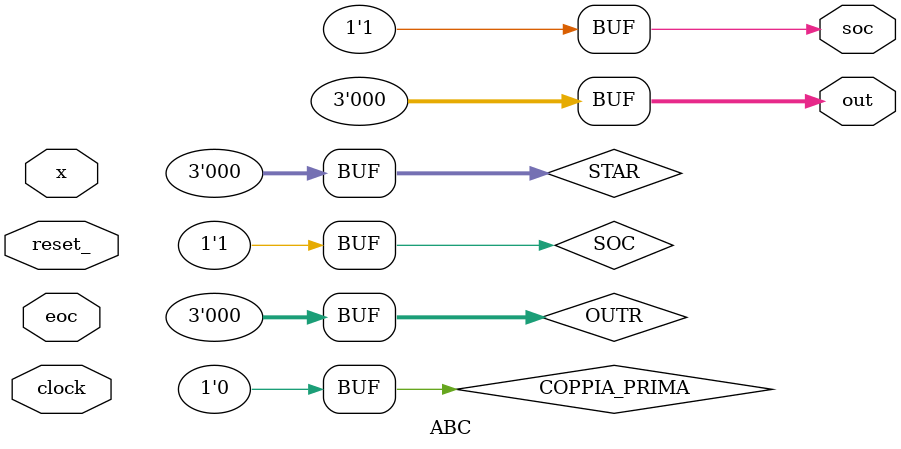
<source format=v>
module ABC (
    reset_, clock,
    eoc, x,
    soc, out
);
    input reset_, clock;
    input eoc;
    input [7:0] x;
    output soc;
    output [2:0] out;

    reg SOC; assign soc = SOC;
    reg [4:0] WAIT;     // 20 = 'B10100
    reg [2:0] OUTR; assign out = OUTR;
    reg [7:0] BUFFER;
    reg [2:0] N;
    reg [3:0] COUNT;
    reg COPPIA_PRIMA;   

    reg[2:0] STAR; parameter S0=0, S1=1, S2=2, S3=3, S4=4;
    
    always @(reset_==0) #1
        begin
            SOC <= 1;
            OUTR <= 0;
            COPPIA_PRIMA <= 0;
            STAR <= S0;
        end
    always @(posedge clock) if(reset_==1) #3
        casex(STAR)
            S0:
                begin
                    SOC <= 1;
                    STAR <= (eoc==0)? S1 : S0;
                end
            S1:
                begin
                    SOC <= 0;
                    BUFFER <= x;
                    COUNT <= 8;
                    N <= 0;
                    COPPIA_PRIMA <= 0;
                    STAR <= (eoc==1)? S2 : S1;
                end
            S2:
                begin
                    COUNT <= COUNT - 1;
                    COPPIA_PRIMA <= ({BUFFER[1], BUFFER[0]}=='B00)? 1 : 0;
                    N <= ({BUFFER[1], BUFFER[0]}=='B00 & COPPIA_PRIMA==0)? N+1 : N;
                    BUFFER <= {'B1, BUFFER[7:1]};
                    STAR <= (COUNT==1)? S3 : S2;
                end
            S3:
                begin
                    OUTR <= N;
                    WAIT <= 20;
                    STAR <= S4;
                end
            S4:
                begin
                    WAIT <= WAIT - 1;
                    STAR <= (WAIT == 1)? S0 : S4;
                end
        endcase
endmodule

</source>
